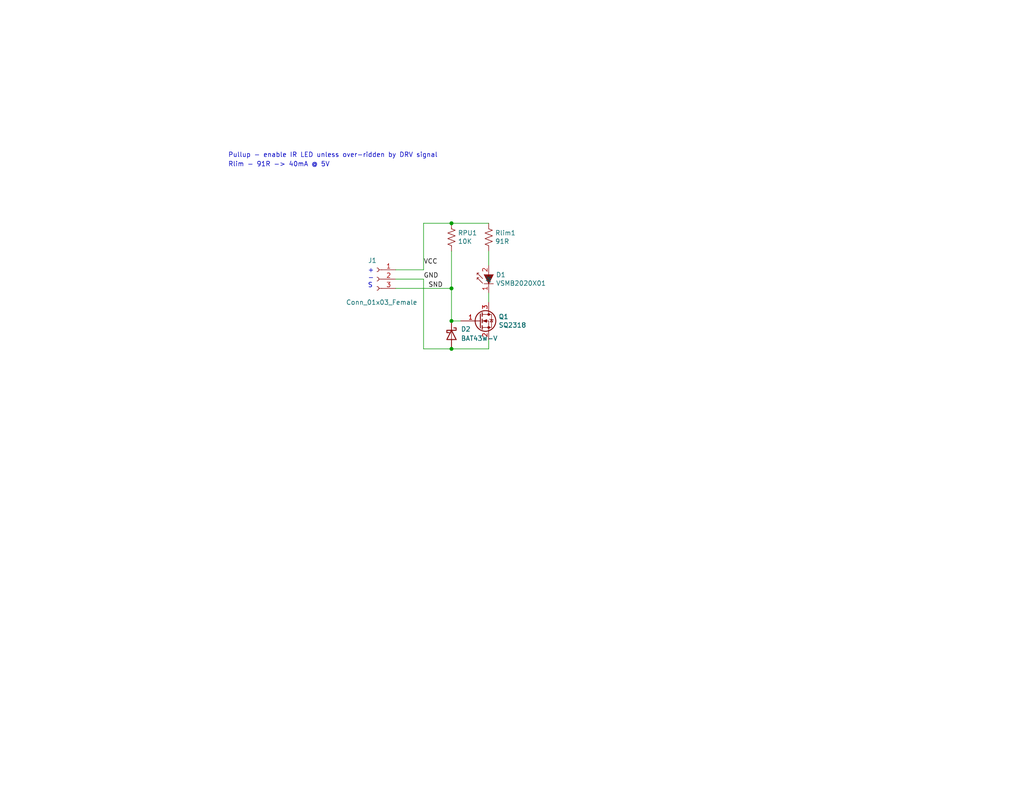
<source format=kicad_sch>
(kicad_sch (version 20230121) (generator eeschema)
  (paper "USLetter")
  (title_block (title "Break-Beam sensor set") (date "2018-12-04") (rev "1") (company "Digital-REP") (comment 1 "Transmit Side"))
  (lib_symbols
    (symbol "Connector:Conn_01x03_Female" (pin_names (offset 1.016) hide)
      (property "Reference" "J" (at 0 5.08 0))
      (property "Value" "Conn_01x03_Female" (at 0 -5.08 0))
      (symbol "Conn_01x03_Female_1_1"
        (arc (start 0 -2.032) (mid -0.5058 -2.54) (end 0 -3.048) (stroke (width 0.1524)))
        (polyline (pts (xy -1.27 -2.54) (xy -0.508 -2.54)) (stroke (width 0.1524)))
        (polyline (pts (xy -1.27 0) (xy -0.508 0)) (stroke (width 0.1524)))
        (polyline (pts (xy -1.27 2.54) (xy -0.508 2.54)) (stroke (width 0.1524)))
        (arc (start 0 0.508) (mid -0.5058 0) (end 0 -0.508) (stroke (width 0.1524)))
        (arc (start 0 3.048) (mid -0.5058 2.54) (end 0 2.032) (stroke (width 0.1524)))
        (pin passive line (at -5.08 2.54 0) (length 3.81) (name "Pin_1") (number "1"))
        (pin passive line (at -5.08 0 0) (length 3.81) (name "Pin_2") (number "2"))
        (pin passive line (at -5.08 -2.54 0) (length 3.81) (name "Pin_3") (number "3"))
      )
    )
    (symbol "DR-2_TX-rescue:Transistor_FET_2N7002-PiRCy-cache" (pin_names (offset 0) hide)
      (property "Reference" "Q" (at 5.08 1.905 0))
      (property "Value" "Transistor_FET_2N7002-PiRCy-cache" (at 5.08 0 0))
      (symbol "Transistor_FET_2N7002-PiRCy-cache_0_1"
        (polyline (pts (xy 0.762 -1.778) (xy 2.54 -1.778)))
        (polyline (pts (xy 0.762 -1.27) (xy 0.762 -2.286)) (stroke (width 0.254)))
        (polyline (pts (xy 0.762 0) (xy 2.54 0)))
        (polyline (pts (xy 0.762 0.508) (xy 0.762 -0.508)) (stroke (width 0.254)))
        (polyline (pts (xy 0.762 1.778) (xy 2.54 1.778)))
        (polyline (pts (xy 0.762 2.286) (xy 0.762 1.27)) (stroke (width 0.254)))
        (polyline (pts (xy 2.54 -1.778) (xy 2.54 -2.54)))
        (polyline (pts (xy 2.54 -1.778) (xy 2.54 0)))
        (polyline (pts (xy 2.54 2.54) (xy 2.54 1.778)))
        (polyline (pts (xy 0.254 1.905) (xy 0.254 -1.905) (xy 0.254 -1.905)) (stroke (width 0.254)))
        (polyline (pts (xy 1.016 0) (xy 2.032 0.381) (xy 2.032 -0.381) (xy 1.016 0)) (fill (type outline)))
        (polyline (pts (xy 2.54 -1.778) (xy 3.302 -1.778) (xy 3.302 1.778) (xy 2.54 1.778)))
        (polyline (pts (xy 2.794 0.508) (xy 2.921 0.381) (xy 3.683 0.381) (xy 3.81 0.254)))
        (polyline (pts (xy 3.302 0.381) (xy 2.921 -0.254) (xy 3.683 -0.254) (xy 3.302 0.381)))
        (circle (center 1.651 0) (radius 2.8194) (stroke (width 0.254)))
        (circle (center 2.54 -1.778) (radius 0.2794) (fill (type outline)))
        (circle (center 2.54 1.778) (radius 0.2794) (fill (type outline)))
      )
      (symbol "Transistor_FET_2N7002-PiRCy-cache_1_1"
        (pin input line (at -5.08 0 0) (length 5.334) (name "G") (number "1"))
        (pin passive line (at 2.54 -5.08 90) (length 2.54) (name "S") (number "2"))
        (pin passive line (at 2.54 5.08 270) (length 2.54) (name "D") (number "3"))
      )
    )
    (symbol "DR-2_TX-rescue:Vishay_IR_VSMB2948-PiRCy-cache" (pin_names (offset 1.016))
      (property "Reference" "D" (at 0 5.08 0))
      (property "Value" "Vishay_IR_VSMB2948-PiRCy-cache" (at 0 -2.54 0))
      (symbol "Vishay_IR_VSMB2948-PiRCy-cache_1_1"
        (polyline (pts (xy -1.27 1.27) (xy -1.27 -1.27)) (stroke (width 0.1524)))
        (polyline (pts (xy 1.651 3.175) (xy 1.143 3.175)))
        (polyline (pts (xy 0.127 1.651) (xy 1.651 3.175) (xy 1.651 2.667)))
        (polyline (pts (xy 1.27 1.27) (xy -1.27 0) (xy 1.27 -1.27)) (fill (type outline)))
        (polyline (pts (xy -1.143 1.651) (xy 0.381 3.175) (xy 0.381 2.667) (xy 0.381 3.175) (xy -0.127 3.175)))
        (pin passive line (at -3.81 0 0) (length 2.54) (name "K") (number "1"))
        (pin passive line (at 3.81 0 180) (length 2.54) (name "A") (number "2"))
      )
    )
    (symbol "Device:R_US" (pin_numbers hide) (pin_names (offset 0))
      (property "Reference" "R" (at 2.54 0 90))
      (property "Value" "R_US" (at -2.54 0 90))
      (symbol "R_US_0_1"
        (polyline (pts (xy 0 -2.286) (xy 0 -2.54)))
        (polyline (pts (xy 0 2.286) (xy 0 2.54)))
        (polyline (pts (xy 0 -0.762) (xy 1.016 -1.143) (xy 0 -1.524) (xy -1.016 -1.905) (xy 0 -2.286)))
        (polyline (pts (xy 0 0.762) (xy 1.016 0.381) (xy 0 0) (xy -1.016 -0.381) (xy 0 -0.762)))
        (polyline (pts (xy 0 2.286) (xy 1.016 1.905) (xy 0 1.524) (xy -1.016 1.143) (xy 0 0.762)))
      )
      (symbol "R_US_1_1"
        (pin passive line (at 0 3.81 270) (length 1.27) (name "~") (number "1"))
        (pin passive line (at 0 -3.81 90) (length 1.27) (name "~") (number "2"))
      )
    )
    (symbol "Diode:BAT43W-V" (pin_numbers hide) (pin_names (offset 1.016) hide)
      (property "Reference" "D" (at 0 2.54 0))
      (property "Value" "BAT43W-V" (at 0 -2.54 0))
      (symbol "BAT43W-V_0_1"
        (polyline (pts (xy 1.27 0) (xy -1.27 0)))
        (polyline (pts (xy 1.27 1.27) (xy 1.27 -1.27) (xy -1.27 0) (xy 1.27 1.27)) (stroke (width 0.254)))
        (polyline (pts (xy -1.905 0.635) (xy -1.905 1.27) (xy -1.27 1.27) (xy -1.27 -1.27) (xy -0.635 -1.27) (xy -0.635 -0.635)) (stroke (width 0.254)))
      )
      (symbol "BAT43W-V_1_1"
        (pin passive line (at -3.81 0 0) (length 2.54) (name "K") (number "1"))
        (pin passive line (at 3.81 0 180) (length 2.54) (name "A") (number "2"))
      )
    )
  )
  (junction (at 123.19 78.74))
  (junction (at 123.19 87.63))
  (junction (at 123.19 60.96))
  (junction (at 123.19 95.25))
  (wire (pts (xy 123.19 95.25) (xy 133.35 95.25)))
  (wire (pts (xy 123.19 60.96) (xy 133.35 60.96)))
  (wire (pts (xy 115.57 73.66) (xy 115.57 60.96)))
  (wire (pts (xy 115.57 95.25) (xy 123.19 95.25)))
  (wire (pts (xy 107.95 76.2) (xy 115.57 76.2)))
  (wire (pts (xy 123.19 87.63) (xy 125.73 87.63)))
  (wire (pts (xy 115.57 60.96) (xy 123.19 60.96)))
  (wire (pts (xy 107.95 73.66) (xy 115.57 73.66)))
  (wire (pts (xy 133.35 80.01) (xy 133.35 82.55)))
  (wire (pts (xy 123.19 68.58) (xy 123.19 78.74)))
  (wire (pts (xy 107.95 78.74) (xy 123.19 78.74)))
  (wire (pts (xy 133.35 92.71) (xy 133.35 95.25)))
  (wire (pts (xy 133.35 68.58) (xy 133.35 72.39)))
  (wire (pts (xy 123.19 78.74) (xy 123.19 87.63)))
  (wire (pts (xy 115.57 76.2) (xy 115.57 95.25)))
  (text "Rlim - 91R -> 40mA @ 5V" (at 62.23 45.72 0) (effects (font (size 1.27 1.27)) (justify left bottom)))
  (text "Pullup - enable IR LED unless over-ridden by DRV signal" (at 62.23 43.18 0) (effects (font (size 1.27 1.27)) (justify left bottom)))
  (text "+\n-\nS" (at 100.33 78.74 0) (effects (font (size 1.27 1.27)) (justify left bottom)))
  (label "VCC" (at 115.57 72.39 0))
  (label "SND" (at 116.84 78.74 0))
  (label "GND" (at 115.57 76.2 0))
  (symbol (lib_id "DR-2_TX-rescue:Vishay_IR_VSMB2948-PiRCy-cache") (at 133.35 76.2 90) (unit 1)
    (property "Reference" "D1" (at 135.3058 75.0316 90) (effects (justify right)))
    (property "Value" "VSMB2020X01" (at 135.3058 77.343 90) (effects (justify right)))
    (property "Footprint" "Vishay:VSMG28011G" (effects hide))
  )
  (symbol (lib_id "DR-2_TX-rescue:Transistor_FET_2N7002-PiRCy-cache") (at 130.81 87.63 0) (unit 1)
    (property "Reference" "Q1" (at 136.017 86.4616 0) (effects (justify left)))
    (property "Value" "SQ2318" (at 136.017 88.773 0) (effects (justify left)))
    (property "Footprint" "TO_SOT_Packages_SMD:SOT-23" (effects hide))
  )
  (symbol (lib_id "Device:R_US") (at 133.35 64.77 0) (unit 1)
    (property "Reference" "Rlim1" (at 135.0772 63.6016 0) (effects (justify left)))
    (property "Value" "91R" (at 135.0772 65.913 0) (effects (justify left)))
    (property "Footprint" "Resistors_SMD:R_0603_HandSoldering" (effects hide))
  )
  (symbol (lib_id "Device:R_US") (at 123.19 64.77 0) (unit 1)
    (property "Reference" "RPU1" (at 124.9172 63.6016 0) (effects (justify left)))
    (property "Value" "10K" (at 124.9172 65.913 0) (effects (justify left)))
    (property "Footprint" "Resistors_SMD:R_0603_HandSoldering" (effects hide))
  )
  (symbol (lib_id "Connector:Conn_01x03_Female") (at 102.87 76.2 0) (mirror y) (unit 1)
    (property "Reference" "J1" (at 101.6 71.12 0))
    (property "Value" "Conn_01x03_Female" (at 104.14 82.55 0))
    (property "Footprint" "Pin_Headers:Pin_Header_Angled_1x03_Pitch2.54mm" (effects hide))
  )
  (symbol (lib_id "Diode:BAT43W-V") (at 123.19 91.44 270) (unit 1)
    (property "Reference" "D2" (at 125.73 89.8524 90) (effects (justify left)))
    (property "Value" "BAT43W-V" (at 125.73 92.3924 90) (effects (justify left)))
    (property "Footprint" "Diode_SMD:D_SOD-123" (effects hide))
    (property "Datasheet" "http://www.vishay.com/docs/85660/bat42.pdf" (effects hide))
  )
)
</source>
